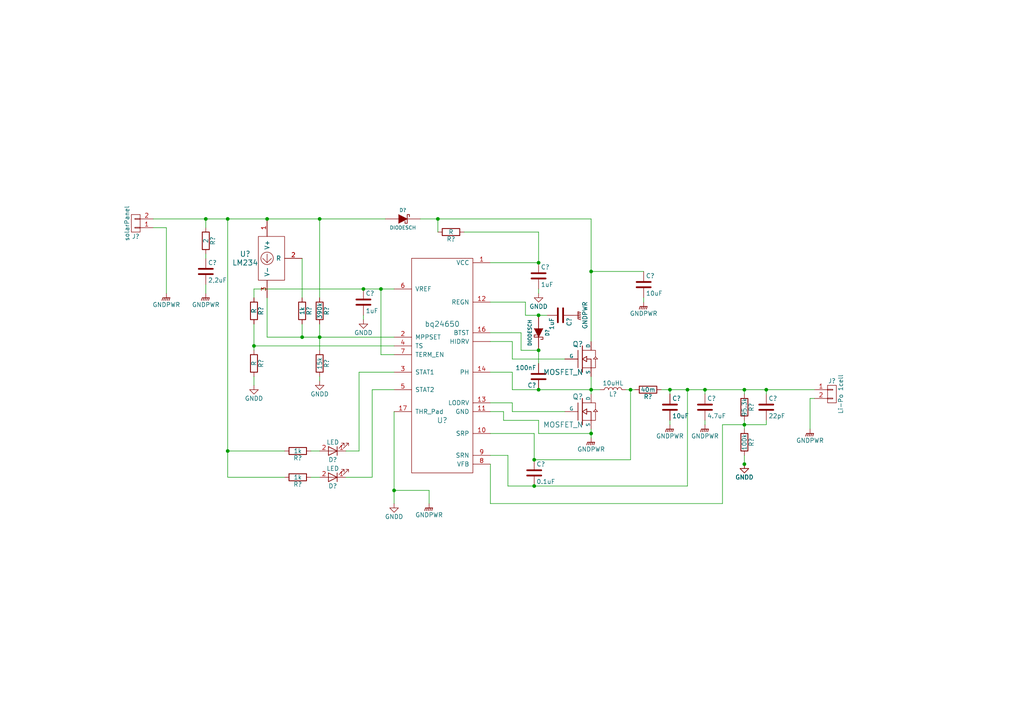
<source format=kicad_sch>
(kicad_sch (version 20230121) (generator eeschema)
  (paper "A4")
  (lib_symbols
    (symbol "solorCharger-rescue:C" (pin_numbers hide) (pin_names (offset 0.254))
      (property "Reference" "C" (at 0.635 2.54 0))
      (property "Value" "C" (at 0.635 -2.54 0))
      (symbol "C_0_1"
        (polyline (pts (xy -2.032 -0.762) (xy 2.032 -0.762)) (stroke (width 0.508)))
        (polyline (pts (xy -2.032 0.762) (xy 2.032 0.762)) (stroke (width 0.508)))
      )
      (symbol "C_1_1"
        (pin passive line (at 0 3.81 270) (length 2.794) (name "~") (number "1"))
        (pin passive line (at 0 -3.81 90) (length 2.794) (name "~") (number "2"))
      )
    )
    (symbol "solorCharger-rescue:CONN_01X02" (pin_names (offset 1.016) hide)
      (property "Reference" "P" (at 0 3.81 0))
      (property "Value" "CONN_01X02" (at 2.54 0 90))
      (symbol "CONN_01X02_0_1"
        (rectangle (start -1.27 -1.143) (end 0.254 -1.397))
        (rectangle (start -1.27 1.397) (end 0.254 1.143))
        (rectangle (start -1.27 2.54) (end 1.27 -2.54))
      )
      (symbol "CONN_01X02_1_1"
        (pin passive line (at -5.08 1.27 0) (length 3.81) (name "P1") (number "1"))
        (pin passive line (at -5.08 -1.27 0) (length 3.81) (name "P2") (number "2"))
      )
    )
    (symbol "solorCharger-rescue:DIODESCH" (pin_numbers hide) (pin_names (offset 1.016) hide)
      (property "Reference" "D" (at 0 2.54 0))
      (property "Value" "DIODESCH" (at 0 -2.54 0))
      (symbol "DIODESCH_0_1"
        (polyline (pts (xy -1.27 1.27) (xy 1.27 0) (xy -1.27 -1.27)) (fill (type outline)))
        (polyline (pts (xy 1.905 0.635) (xy 1.905 1.27) (xy 1.27 1.27) (xy 1.27 -1.27) (xy 0.635 -1.27) (xy 0.635 -0.635)) (stroke (width 0.2032)))
      )
      (symbol "DIODESCH_1_1"
        (pin passive line (at 5.08 0 180) (length 3.81) (name "K") (number "1"))
        (pin passive line (at -5.08 0 0) (length 3.81) (name "A") (number "2"))
      )
    )
    (symbol "solorCharger-rescue:GNDD" (power) (pin_names (offset 0))
      (property "Value" "GNDD" (at 0 -3.81 0))
      (symbol "GNDD_0_1"
        (polyline (pts (xy 0 0) (xy 0 -1.27) (xy 1.27 -1.27) (xy 0 -2.54) (xy -1.27 -1.27) (xy 0 -1.27)))
      )
      (symbol "GNDD_1_1"
        (pin power_in line (at 0 0 270) (length 0) hide (name "GNDD") (number "1"))
      )
    )
    (symbol "solorCharger-rescue:GNDPWR" (power) (pin_names (offset 0))
      (property "Value" "GNDPWR" (at 0 -3.302 0))
      (symbol "GNDPWR_0_1"
        (polyline (pts (xy 0 -1.27) (xy 0 0)))
        (polyline (pts (xy -1.016 -1.27) (xy -1.27 -2.032) (xy -1.27 -2.032)) (stroke (width 0.2032)))
        (polyline (pts (xy -0.508 -1.27) (xy -0.762 -2.032) (xy -0.762 -2.032)) (stroke (width 0.2032)))
        (polyline (pts (xy 0 -1.27) (xy -0.254 -2.032) (xy -0.254 -2.032)) (stroke (width 0.2032)))
        (polyline (pts (xy 0.508 -1.27) (xy 0.254 -2.032) (xy 0.254 -2.032)) (stroke (width 0.2032)))
        (polyline (pts (xy 1.016 -1.27) (xy -1.016 -1.27) (xy -1.016 -1.27)) (stroke (width 0.2032)))
        (polyline (pts (xy 1.016 -1.27) (xy 0.762 -2.032) (xy 0.762 -2.032) (xy 0.762 -2.032)) (stroke (width 0.2032)))
      )
      (symbol "GNDPWR_1_1"
        (pin power_in line (at 0 0 90) (length 0) hide (name "GNDPWR") (number "1"))
      )
    )
    (symbol "solorCharger-rescue:L" (pin_numbers hide) (pin_names (offset 1.016) hide)
      (property "Reference" "L" (at -1.27 0 90))
      (property "Value" "L" (at 1.905 0 90))
      (symbol "L_0_1"
        (arc (start 0 -2.54) (mid 0.6323 -1.905) (end 0 -1.27))
        (arc (start 0 -1.27) (mid 0.6323 -0.635) (end 0 0))
        (arc (start 0 0) (mid 0.6323 0.635) (end 0 1.27))
        (arc (start 0 1.27) (mid 0.6323 1.905) (end 0 2.54))
      )
      (symbol "L_1_1"
        (pin passive line (at 0 3.81 270) (length 1.27) (name "1") (number "1"))
        (pin passive line (at 0 -3.81 90) (length 1.27) (name "2") (number "2"))
      )
    )
    (symbol "solorCharger-rescue:LED-RESCUE-solorCharger" (pin_names (offset 1.016) hide)
      (property "Reference" "D" (at 0 2.54 0))
      (property "Value" "LED-RESCUE-solorCharger" (at 0 -2.54 0))
      (symbol "LED-RESCUE-solorCharger_0_1"
        (polyline (pts (xy -1.27 -1.27) (xy -1.27 1.27)) (stroke (width 0.2032)))
        (polyline (pts (xy -1.27 0) (xy 1.27 0)))
        (polyline (pts (xy 1.27 -1.27) (xy 1.27 1.27) (xy -1.27 0) (xy 1.27 -1.27)) (stroke (width 0.2032)))
        (polyline (pts (xy -3.048 -0.762) (xy -4.572 -2.286) (xy -3.81 -2.286) (xy -4.572 -2.286) (xy -4.572 -1.524)))
        (polyline (pts (xy -1.778 -0.762) (xy -3.302 -2.286) (xy -2.54 -2.286) (xy -3.302 -2.286) (xy -3.302 -1.524)))
      )
      (symbol "LED-RESCUE-solorCharger_1_1"
        (pin passive line (at -3.81 0 0) (length 2.54) (name "K") (number "1"))
        (pin passive line (at 3.81 0 180) (length 2.54) (name "A") (number "2"))
      )
    )
    (symbol "solorCharger-rescue:LM234" (pin_names (offset 1.016))
      (property "Reference" "U" (at -6.35 1.27 0))
      (property "Value" "LM234" (at -6.35 -1.27 0))
      (symbol "LM234_0_1"
        (rectangle (start -2.54 6.35) (end 5.08 -6.35))
        (polyline (pts (xy 0 -1.27) (xy 1.27 0)))
        (polyline (pts (xy 0 1.27) (xy 0 -1.27) (xy -1.27 0)))
        (circle (center 0 0) (radius 1.8034))
      )
      (symbol "LM234_1_1"
        (pin input line (at 0 11.43 270) (length 5.08) (name "V+") (number "1"))
        (pin input line (at 10.16 0 180) (length 5.08) (name "R") (number "2"))
        (pin input line (at 0 -11.43 90) (length 5.08) (name "V-") (number "3"))
      )
    )
    (symbol "solorCharger-rescue:MOSFET_N" (pin_numbers hide) (pin_names (offset 0))
      (property "Reference" "Q" (at 0.254 4.318 0))
      (property "Value" "MOSFET_N" (at 0.254 -3.81 0))
      (symbol "MOSFET_N_0_1"
        (polyline (pts (xy -1.27 -2.54) (xy -1.27 2.54)) (stroke (width 0.2032)))
        (polyline (pts (xy 0 -3.81) (xy 0 3.81)) (stroke (width 0.254)))
        (polyline (pts (xy 2.54 -2.54) (xy 0 -2.54)))
        (polyline (pts (xy 2.54 2.54) (xy 0 2.54)))
        (polyline (pts (xy 2.54 -2.54) (xy 2.54 0) (xy 1.27 0)) (stroke (width 0.2032)))
        (polyline (pts (xy 3.81 0) (xy 3.81 -2.54) (xy 2.54 -2.54)))
        (polyline (pts (xy 3.81 0.635) (xy 3.81 2.54) (xy 2.54 2.54)))
        (polyline (pts (xy 3.81 0.635) (xy 3.175 0) (xy 4.445 0) (xy 3.81 0.635)))
        (polyline (pts (xy 1.27 0.762) (xy 1.27 -0.762) (xy 0 0) (xy 1.27 0.762) (xy 1.27 0.762)) (stroke (width 0.2032)))
      )
      (symbol "MOSFET_N_1_1"
        (pin passive line (at 2.54 5.08 270) (length 2.54) (name "D") (number "D"))
        (pin input line (at -5.08 0 0) (length 3.81) (name "G") (number "G"))
        (pin passive line (at 2.54 -5.08 90) (length 2.54) (name "S") (number "S"))
      )
    )
    (symbol "solorCharger-rescue:R" (pin_numbers hide) (pin_names (offset 0))
      (property "Reference" "R" (at 2.032 0 90))
      (property "Value" "R" (at 0 0 90))
      (symbol "R_0_1"
        (rectangle (start -1.016 -2.54) (end 1.016 2.54) (stroke (width 0.254)))
      )
      (symbol "R_1_1"
        (pin passive line (at 0 3.81 270) (length 1.27) (name "~") (number "1"))
        (pin passive line (at 0 -3.81 90) (length 1.27) (name "~") (number "2"))
      )
    )
    (symbol "solorCharger-rescue:bq24650" (pin_names (offset 1.016))
      (property "Reference" "U" (at 0 -31.75 0))
      (property "Value" "bq24650" (at 0 34.29 0))
      (symbol "bq24650_0_1"
        (rectangle (start 8.89 33.02) (end -8.89 -29.21))
      )
      (symbol "bq24650_1_1"
        (pin input line (at 13.97 31.75 180) (length 5.08) (name "VCC") (number "1"))
        (pin input line (at 13.97 -17.78 180) (length 5.08) (name "SRP") (number "10"))
        (pin input line (at 13.97 -11.43 180) (length 5.08) (name "GND") (number "11"))
        (pin input line (at 13.97 20.32 180) (length 5.08) (name "REGN") (number "12"))
        (pin input line (at 13.97 -8.89 180) (length 5.08) (name "LODRV") (number "13"))
        (pin input line (at 13.97 0 180) (length 5.08) (name "PH") (number "14"))
        (pin input line (at 13.97 11.43 180) (length 5.08) (name "BTST") (number "16"))
        (pin input line (at -13.97 -11.43 0) (length 5.08) (name "THR_Pad") (number "17"))
        (pin input line (at -13.97 10.16 0) (length 5.08) (name "MPPSET") (number "2"))
        (pin input line (at -13.97 0 0) (length 5.08) (name "STAT1") (number "3"))
        (pin input line (at -13.97 7.62 0) (length 5.08) (name "TS") (number "4"))
        (pin input line (at -13.97 -5.08 0) (length 5.08) (name "STAT2") (number "5"))
        (pin input line (at -13.97 24.13 0) (length 5.08) (name "VREF") (number "6"))
        (pin input line (at -13.97 5.08 0) (length 5.08) (name "TERM_EN") (number "7"))
        (pin input line (at 13.97 -26.67 180) (length 5.08) (name "VFB") (number "8"))
        (pin input line (at 13.97 -24.13 180) (length 5.08) (name "SRN") (number "9"))
        (pin input line (at 13.97 8.89 180) (length 5.08) (name "HIDRV") (number "~"))
      )
    )
  )
  (junction (at 154.94 140.97))
  (junction (at 194.31 113.03))
  (junction (at 156.21 101.6))
  (junction (at 199.39 113.03))
  (junction (at 110.49 83.82))
  (junction (at 66.04 130.81))
  (junction (at 156.21 91.44))
  (junction (at 156.21 113.03))
  (junction (at 105.41 83.82))
  (junction (at 92.71 63.5))
  (junction (at 171.45 78.74))
  (junction (at 77.47 63.5))
  (junction (at 87.63 97.79))
  (junction (at 171.45 125.73))
  (junction (at 215.9 113.03))
  (junction (at 66.04 63.5))
  (junction (at 215.9 134.62))
  (junction (at 156.21 76.2))
  (junction (at 59.69 63.5))
  (junction (at 204.47 113.03))
  (junction (at 171.45 113.03))
  (junction (at 92.71 97.79))
  (junction (at 114.3 142.24))
  (junction (at 154.94 133.35))
  (junction (at 215.9 123.19))
  (junction (at 222.25 113.03))
  (junction (at 73.66 100.33))
  (junction (at 127 63.5))
  (junction (at 182.88 113.03))
  (wire (pts (xy 171.45 125.73) (xy 171.45 127)))
  (wire (pts (xy 151.13 96.52) (xy 151.13 101.6)))
  (wire (pts (xy 234.95 124.46) (xy 234.95 115.57)))
  (wire (pts (xy 73.66 109.22) (xy 73.66 111.76)))
  (wire (pts (xy 142.24 125.73) (xy 154.94 125.73)))
  (wire (pts (xy 110.49 83.82) (xy 114.3 83.82)))
  (wire (pts (xy 156.21 121.92) (xy 156.21 125.73)))
  (wire (pts (xy 194.31 113.03) (xy 199.39 113.03)))
  (wire (pts (xy 59.69 63.5) (xy 66.04 63.5)))
  (wire (pts (xy 142.24 132.08) (xy 147.32 132.08)))
  (wire (pts (xy 92.71 97.79) (xy 92.71 101.6)))
  (wire (pts (xy 44.45 63.5) (xy 59.69 63.5)))
  (wire (pts (xy 146.05 119.38) (xy 146.05 121.92)))
  (wire (pts (xy 73.66 83.82) (xy 105.41 83.82)))
  (wire (pts (xy 186.69 87.63) (xy 186.69 86.36)))
  (wire (pts (xy 209.55 146.05) (xy 142.24 146.05)))
  (wire (pts (xy 48.26 66.04) (xy 44.45 66.04)))
  (wire (pts (xy 234.95 115.57) (xy 236.22 115.57)))
  (wire (pts (xy 156.21 91.44) (xy 158.75 91.44)))
  (wire (pts (xy 191.77 113.03) (xy 194.31 113.03)))
  (wire (pts (xy 146.05 121.92) (xy 156.21 121.92)))
  (wire (pts (xy 215.9 113.03) (xy 215.9 114.3)))
  (wire (pts (xy 222.25 113.03) (xy 236.22 113.03)))
  (wire (pts (xy 156.21 85.09) (xy 156.21 83.82)))
  (wire (pts (xy 77.47 86.36) (xy 77.47 97.79)))
  (wire (pts (xy 142.24 96.52) (xy 151.13 96.52)))
  (wire (pts (xy 204.47 113.03) (xy 204.47 114.3)))
  (wire (pts (xy 186.69 78.74) (xy 171.45 78.74)))
  (wire (pts (xy 66.04 130.81) (xy 66.04 138.43)))
  (wire (pts (xy 77.47 63.5) (xy 92.71 63.5)))
  (wire (pts (xy 199.39 113.03) (xy 204.47 113.03)))
  (wire (pts (xy 148.59 99.06) (xy 148.59 104.14)))
  (wire (pts (xy 148.59 116.84) (xy 148.59 119.38)))
  (wire (pts (xy 148.59 113.03) (xy 156.21 113.03)))
  (wire (pts (xy 105.41 92.71) (xy 105.41 91.44)))
  (wire (pts (xy 73.66 83.82) (xy 73.66 86.36)))
  (wire (pts (xy 59.69 73.66) (xy 59.69 74.93)))
  (wire (pts (xy 59.69 63.5) (xy 59.69 66.04)))
  (wire (pts (xy 87.63 74.93) (xy 87.63 86.36)))
  (wire (pts (xy 73.66 93.98) (xy 73.66 100.33)))
  (wire (pts (xy 171.45 109.22) (xy 171.45 113.03)))
  (wire (pts (xy 92.71 109.22) (xy 92.71 110.49)))
  (wire (pts (xy 90.17 138.43) (xy 92.71 138.43)))
  (wire (pts (xy 181.61 113.03) (xy 182.88 113.03)))
  (wire (pts (xy 92.71 63.5) (xy 111.76 63.5)))
  (wire (pts (xy 48.26 85.09) (xy 48.26 66.04)))
  (wire (pts (xy 124.46 142.24) (xy 114.3 142.24)))
  (wire (pts (xy 90.17 130.81) (xy 92.71 130.81)))
  (wire (pts (xy 127 63.5) (xy 127 67.31)))
  (wire (pts (xy 222.25 123.19) (xy 222.25 121.92)))
  (wire (pts (xy 92.71 93.98) (xy 92.71 97.79)))
  (wire (pts (xy 107.95 113.03) (xy 107.95 138.43)))
  (wire (pts (xy 156.21 101.6) (xy 156.21 105.41)))
  (wire (pts (xy 152.4 91.44) (xy 156.21 91.44)))
  (wire (pts (xy 59.69 82.55) (xy 59.69 85.09)))
  (wire (pts (xy 87.63 97.79) (xy 87.63 93.98)))
  (wire (pts (xy 66.04 63.5) (xy 66.04 130.81)))
  (wire (pts (xy 171.45 78.74) (xy 171.45 99.06)))
  (wire (pts (xy 171.45 113.03) (xy 173.99 113.03)))
  (wire (pts (xy 182.88 133.35) (xy 182.88 113.03)))
  (wire (pts (xy 154.94 133.35) (xy 182.88 133.35)))
  (wire (pts (xy 152.4 91.44) (xy 152.4 87.63)))
  (wire (pts (xy 215.9 123.19) (xy 222.25 123.19)))
  (wire (pts (xy 154.94 140.97) (xy 199.39 140.97)))
  (wire (pts (xy 156.21 67.31) (xy 156.21 76.2)))
  (wire (pts (xy 134.62 67.31) (xy 156.21 67.31)))
  (wire (pts (xy 148.59 104.14) (xy 163.83 104.14)))
  (wire (pts (xy 171.45 124.46) (xy 171.45 125.73)))
  (wire (pts (xy 92.71 97.79) (xy 114.3 97.79)))
  (wire (pts (xy 121.92 63.5) (xy 127 63.5)))
  (wire (pts (xy 66.04 138.43) (xy 82.55 138.43)))
  (wire (pts (xy 152.4 87.63) (xy 142.24 87.63)))
  (wire (pts (xy 148.59 119.38) (xy 163.83 119.38)))
  (wire (pts (xy 154.94 125.73) (xy 154.94 133.35)))
  (wire (pts (xy 215.9 123.19) (xy 215.9 124.46)))
  (wire (pts (xy 142.24 76.2) (xy 156.21 76.2)))
  (wire (pts (xy 114.3 119.38) (xy 114.3 142.24)))
  (wire (pts (xy 142.24 107.95) (xy 148.59 107.95)))
  (wire (pts (xy 156.21 113.03) (xy 171.45 113.03)))
  (wire (pts (xy 142.24 99.06) (xy 148.59 99.06)))
  (wire (pts (xy 142.24 116.84) (xy 148.59 116.84)))
  (wire (pts (xy 148.59 107.95) (xy 148.59 113.03)))
  (wire (pts (xy 215.9 132.08) (xy 215.9 134.62)))
  (wire (pts (xy 110.49 102.87) (xy 110.49 83.82)))
  (wire (pts (xy 209.55 123.19) (xy 209.55 146.05)))
  (wire (pts (xy 127 63.5) (xy 171.45 63.5)))
  (wire (pts (xy 209.55 123.19) (xy 215.9 123.19)))
  (wire (pts (xy 105.41 83.82) (xy 110.49 83.82)))
  (wire (pts (xy 199.39 140.97) (xy 199.39 113.03)))
  (wire (pts (xy 151.13 101.6) (xy 156.21 101.6)))
  (wire (pts (xy 204.47 121.92) (xy 204.47 123.19)))
  (wire (pts (xy 215.9 113.03) (xy 222.25 113.03)))
  (wire (pts (xy 66.04 130.81) (xy 82.55 130.81)))
  (wire (pts (xy 204.47 113.03) (xy 215.9 113.03)))
  (wire (pts (xy 100.33 130.81) (xy 104.14 130.81)))
  (wire (pts (xy 215.9 121.92) (xy 215.9 123.19)))
  (wire (pts (xy 171.45 113.03) (xy 171.45 114.3)))
  (wire (pts (xy 114.3 107.95) (xy 104.14 107.95)))
  (wire (pts (xy 194.31 113.03) (xy 194.31 114.3)))
  (wire (pts (xy 104.14 107.95) (xy 104.14 130.81)))
  (wire (pts (xy 107.95 138.43) (xy 100.33 138.43)))
  (wire (pts (xy 147.32 140.97) (xy 154.94 140.97)))
  (wire (pts (xy 87.63 97.79) (xy 92.71 97.79)))
  (wire (pts (xy 92.71 63.5) (xy 92.71 86.36)))
  (wire (pts (xy 66.04 63.5) (xy 77.47 63.5)))
  (wire (pts (xy 73.66 100.33) (xy 114.3 100.33)))
  (wire (pts (xy 142.24 119.38) (xy 146.05 119.38)))
  (wire (pts (xy 194.31 121.92) (xy 194.31 123.19)))
  (wire (pts (xy 114.3 113.03) (xy 107.95 113.03)))
  (wire (pts (xy 114.3 102.87) (xy 110.49 102.87)))
  (wire (pts (xy 156.21 125.73) (xy 171.45 125.73)))
  (wire (pts (xy 147.32 132.08) (xy 147.32 140.97)))
  (wire (pts (xy 182.88 113.03) (xy 184.15 113.03)))
  (wire (pts (xy 114.3 142.24) (xy 114.3 146.05)))
  (wire (pts (xy 73.66 100.33) (xy 73.66 101.6)))
  (wire (pts (xy 124.46 142.24) (xy 124.46 146.05)))
  (wire (pts (xy 222.25 113.03) (xy 222.25 114.3)))
  (wire (pts (xy 142.24 146.05) (xy 142.24 134.62)))
  (wire (pts (xy 171.45 63.5) (xy 171.45 78.74)))
  (wire (pts (xy 77.47 97.79) (xy 87.63 97.79)))
  (symbol (lib_id "solorCharger-rescue:bq24650") (at 128.27 107.95 0) (unit 1)
    (property "Reference" "U?" (at 128.27 121.92 0) (effects (font (size 1.524 1.524))))
    (property "Value" "bq24650" (at 128.27 93.98 0) (effects (font (size 1.524 1.524))))
  )
  (symbol (lib_id "solorCharger-rescue:DIODESCH") (at 116.84 63.5 0) (unit 1)
    (property "Reference" "D?" (at 116.84 60.96 0) (effects (font (size 1.016 1.016))))
    (property "Value" "DIODESCH" (at 116.84 66.04 0) (effects (font (size 1.016 1.016))))
  )
  (symbol (lib_id "solorCharger-rescue:DIODESCH") (at 156.21 96.52 270) (unit 1)
    (property "Reference" "D?" (at 158.75 96.52 0) (effects (font (size 1.016 1.016))))
    (property "Value" "DIODESCH" (at 153.67 96.52 0) (effects (font (size 1.016 1.016))))
  )
  (symbol (lib_id "solorCharger-rescue:LED-RESCUE-solorCharger") (at 96.52 130.81 180) (unit 1)
    (property "Reference" "D?" (at 96.52 133.35 0))
    (property "Value" "LED" (at 96.52 128.27 0))
  )
  (symbol (lib_id "solorCharger-rescue:LED-RESCUE-solorCharger") (at 96.52 138.43 180) (unit 1)
    (property "Reference" "D?" (at 96.52 140.97 0))
    (property "Value" "LED" (at 96.52 135.89 0))
  )
  (symbol (lib_id "solorCharger-rescue:MOSFET_N") (at 168.91 104.14 0) (unit 1)
    (property "Reference" "Q?" (at 169.164 99.822 0) (effects (font (size 1.524 1.524)) (justify right)))
    (property "Value" "MOSFET_N" (at 169.164 107.95 0) (effects (font (size 1.524 1.524)) (justify right)))
  )
  (symbol (lib_id "solorCharger-rescue:MOSFET_N") (at 168.91 119.38 0) (unit 1)
    (property "Reference" "Q?" (at 169.164 115.062 0) (effects (font (size 1.524 1.524)) (justify right)))
    (property "Value" "MOSFET_N" (at 169.164 123.19 0) (effects (font (size 1.524 1.524)) (justify right)))
  )
  (symbol (lib_id "solorCharger-rescue:R") (at 59.69 69.85 0) (unit 1)
    (property "Reference" "R?" (at 61.722 69.85 90))
    (property "Value" "2" (at 59.69 69.85 90))
  )
  (symbol (lib_id "solorCharger-rescue:C") (at 59.69 78.74 0) (unit 1)
    (property "Reference" "C?" (at 60.325 76.2 0) (effects (justify left)))
    (property "Value" "2,2uF" (at 60.325 81.28 0) (effects (justify left)))
  )
  (symbol (lib_id "solorCharger-rescue:R") (at 92.71 90.17 0) (unit 1)
    (property "Reference" "R?" (at 94.742 90.17 90))
    (property "Value" "390k" (at 92.71 90.17 90))
  )
  (symbol (lib_id "solorCharger-rescue:R") (at 92.71 105.41 0) (unit 1)
    (property "Reference" "R?" (at 94.742 105.41 90))
    (property "Value" "15k" (at 92.71 105.41 90))
  )
  (symbol (lib_id "solorCharger-rescue:R") (at 73.66 90.17 0) (unit 1)
    (property "Reference" "R?" (at 75.692 90.17 90))
    (property "Value" "R" (at 73.66 90.17 90))
  )
  (symbol (lib_id "solorCharger-rescue:R") (at 73.66 105.41 0) (unit 1)
    (property "Reference" "R?" (at 75.692 105.41 90))
    (property "Value" "R" (at 73.66 105.41 90))
  )
  (symbol (lib_id "solorCharger-rescue:R") (at 86.36 130.81 270) (unit 1)
    (property "Reference" "R?" (at 86.36 132.842 90))
    (property "Value" "1k" (at 86.36 130.81 90))
  )
  (symbol (lib_id "solorCharger-rescue:R") (at 86.36 138.43 270) (unit 1)
    (property "Reference" "R?" (at 86.36 140.462 90))
    (property "Value" "1k" (at 86.36 138.43 90))
  )
  (symbol (lib_id "solorCharger-rescue:R") (at 130.81 67.31 270) (unit 1)
    (property "Reference" "R?" (at 130.81 69.342 90))
    (property "Value" "R" (at 130.81 67.31 90))
  )
  (symbol (lib_id "solorCharger-rescue:R") (at 187.96 113.03 270) (unit 1)
    (property "Reference" "R?" (at 187.96 115.062 90))
    (property "Value" "40m" (at 187.96 113.03 90))
  )
  (symbol (lib_id "solorCharger-rescue:R") (at 215.9 118.11 0) (unit 1)
    (property "Reference" "R?" (at 217.932 118.11 90))
    (property "Value" "95.3k" (at 215.9 118.11 90))
  )
  (symbol (lib_id "solorCharger-rescue:R") (at 215.9 128.27 0) (unit 1)
    (property "Reference" "R?" (at 217.932 128.27 90))
    (property "Value" "100k" (at 215.9 128.27 90))
  )
  (symbol (lib_id "solorCharger-rescue:C") (at 105.41 87.63 0) (unit 1)
    (property "Reference" "C?" (at 106.045 85.09 0) (effects (justify left)))
    (property "Value" "1uF" (at 106.045 90.17 0) (effects (justify left)))
  )
  (symbol (lib_id "solorCharger-rescue:C") (at 156.21 80.01 0) (unit 1)
    (property "Reference" "C?" (at 156.845 77.47 0) (effects (justify left)))
    (property "Value" "1uF" (at 156.845 82.55 0) (effects (justify left)))
  )
  (symbol (lib_id "solorCharger-rescue:C") (at 162.56 91.44 270) (unit 1)
    (property "Reference" "C?" (at 165.1 92.075 0) (effects (justify left)))
    (property "Value" "1uF" (at 160.02 92.075 0) (effects (justify left)))
  )
  (symbol (lib_id "solorCharger-rescue:C") (at 156.21 109.22 180) (unit 1)
    (property "Reference" "C?" (at 155.575 111.76 0) (effects (justify left)))
    (property "Value" "100nF" (at 155.575 106.68 0) (effects (justify left)))
  )
  (symbol (lib_id "solorCharger-rescue:C") (at 154.94 137.16 0) (unit 1)
    (property "Reference" "C?" (at 155.575 134.62 0) (effects (justify left)))
    (property "Value" "0.1uF" (at 155.575 139.7 0) (effects (justify left)))
  )
  (symbol (lib_id "solorCharger-rescue:C") (at 194.31 118.11 0) (unit 1)
    (property "Reference" "C?" (at 194.945 115.57 0) (effects (justify left)))
    (property "Value" "10uF" (at 194.945 120.65 0) (effects (justify left)))
  )
  (symbol (lib_id "solorCharger-rescue:C") (at 204.47 118.11 0) (unit 1)
    (property "Reference" "C?" (at 205.105 115.57 0) (effects (justify left)))
    (property "Value" "4.7uF" (at 205.105 120.65 0) (effects (justify left)))
  )
  (symbol (lib_id "solorCharger-rescue:C") (at 222.25 118.11 0) (unit 1)
    (property "Reference" "C?" (at 222.885 115.57 0) (effects (justify left)))
    (property "Value" "22pF" (at 222.885 120.65 0) (effects (justify left)))
  )
  (symbol (lib_id "solorCharger-rescue:GNDD") (at 156.21 85.09 0) (unit 1)
    (property "Reference" "#PWR?" (effects hide))
    (property "Value" "GNDD" (at 156.21 88.9 0))
  )
  (symbol (lib_id "solorCharger-rescue:GNDD") (at 105.41 92.71 0) (unit 1)
    (property "Reference" "#PWR?" (effects hide))
    (property "Value" "GNDD" (at 105.41 96.52 0))
  )
  (symbol (lib_id "solorCharger-rescue:GNDD") (at 92.71 110.49 0) (unit 1)
    (property "Reference" "#PWR?" (effects hide))
    (property "Value" "GNDD" (at 92.71 114.3 0))
  )
  (symbol (lib_id "solorCharger-rescue:GNDD") (at 73.66 111.76 0) (unit 1)
    (property "Reference" "#PWR?" (effects hide))
    (property "Value" "GNDD" (at 73.66 115.57 0))
  )
  (symbol (lib_id "solorCharger-rescue:GNDD") (at 114.3 146.05 0) (unit 1)
    (property "Reference" "#PWR?" (effects hide))
    (property "Value" "GNDD" (at 114.3 149.86 0))
  )
  (symbol (lib_id "solorCharger-rescue:GNDPWR") (at 124.46 146.05 0) (unit 1)
    (property "Reference" "#PWR?" (effects hide))
    (property "Value" "GNDPWR" (at 124.46 149.352 0))
  )
  (symbol (lib_id "solorCharger-rescue:GNDPWR") (at 166.37 91.44 90) (unit 1)
    (property "Reference" "#PWR?" (effects hide))
    (property "Value" "GNDPWR" (at 169.672 91.44 0))
  )
  (symbol (lib_id "solorCharger-rescue:GNDPWR") (at 186.69 87.63 0) (unit 1)
    (property "Reference" "#PWR?" (effects hide))
    (property "Value" "GNDPWR" (at 186.69 90.932 0))
  )
  (symbol (lib_id "solorCharger-rescue:GNDPWR") (at 171.45 127 0) (unit 1)
    (property "Reference" "#PWR?" (effects hide))
    (property "Value" "GNDPWR" (at 171.45 130.302 0))
  )
  (symbol (lib_id "solorCharger-rescue:GNDPWR") (at 194.31 123.19 0) (unit 1)
    (property "Reference" "#PWR?" (effects hide))
    (property "Value" "GNDPWR" (at 194.31 126.492 0))
  )
  (symbol (lib_id "solorCharger-rescue:GNDPWR") (at 204.47 123.19 0) (unit 1)
    (property "Reference" "#PWR?" (effects hide))
    (property "Value" "GNDPWR" (at 204.47 126.492 0))
  )
  (symbol (lib_id "solorCharger-rescue:GNDD") (at 215.9 134.62 0) (unit 1)
    (property "Reference" "#PWR?" (effects hide))
    (property "Value" "GNDD" (at 215.9 138.43 0))
  )
  (symbol (lib_id "solorCharger-rescue:GNDPWR") (at 59.69 85.09 0) (unit 1)
    (property "Reference" "#PWR?" (effects hide))
    (property "Value" "GNDPWR" (at 59.69 88.392 0))
  )
  (symbol (lib_id "solorCharger-rescue:C") (at 186.69 82.55 0) (unit 1)
    (property "Reference" "C?" (at 187.325 80.01 0) (effects (justify left)))
    (property "Value" "10uF" (at 187.325 85.09 0) (effects (justify left)))
  )
  (symbol (lib_id "solorCharger-rescue:L") (at 177.8 113.03 90) (unit 1)
    (property "Reference" "L?" (at 177.8 114.3 90))
    (property "Value" "10uHL" (at 177.8 111.125 90))
  )
  (symbol (lib_id "solorCharger-rescue:CONN_01X02") (at 241.3 114.3 0) (unit 1)
    (property "Reference" "J?" (at 241.3 110.49 0))
    (property "Value" "Li-Po 1cell" (at 243.84 114.3 90))
  )
  (symbol (lib_id "solorCharger-rescue:CONN_01X02") (at 39.37 64.77 180) (unit 1)
    (property "Reference" "J?" (at 39.37 68.58 0))
    (property "Value" "solarPanel" (at 36.83 64.77 90))
  )
  (symbol (lib_id "solorCharger-rescue:GNDPWR") (at 48.26 85.09 0) (unit 1)
    (property "Reference" "#PWR?" (effects hide))
    (property "Value" "GNDPWR" (at 48.26 88.392 0))
  )
  (symbol (lib_id "solorCharger-rescue:GNDD") (at 215.9 134.62 0) (unit 1)
    (property "Reference" "#PWR?" (effects hide))
    (property "Value" "GNDD" (at 215.9 138.43 0))
  )
  (symbol (lib_id "solorCharger-rescue:GNDPWR") (at 234.95 124.46 0) (unit 1)
    (property "Reference" "#PWR?" (effects hide))
    (property "Value" "GNDPWR" (at 234.95 127.762 0))
  )
  (symbol (lib_id "solorCharger-rescue:LM234") (at 77.47 74.93 0) (unit 1)
    (property "Reference" "U?" (at 71.12 73.66 0) (effects (font (size 1.524 1.524))))
    (property "Value" "LM234" (at 71.12 76.2 0) (effects (font (size 1.524 1.524))))
  )
  (symbol (lib_id "solorCharger-rescue:R") (at 87.63 90.17 0) (unit 1)
    (property "Reference" "R?" (at 89.662 90.17 90))
    (property "Value" "1k" (at 87.63 90.17 90))
  )
)
</source>
